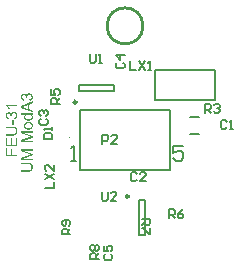
<source format=gto>
G04 Layer_Color=65535*
%FSLAX25Y25*%
%MOIN*%
G70*
G01*
G75*
%ADD28C,0.01000*%
%ADD29C,0.00984*%
%ADD30C,0.00394*%
%ADD31C,0.00787*%
%ADD32C,0.00591*%
%ADD33C,0.00800*%
G36*
X-36024Y11066D02*
X-39023D01*
X-39015Y11057D01*
X-38994Y11037D01*
X-38965Y10999D01*
X-38923Y10945D01*
X-38873Y10883D01*
X-38819Y10804D01*
X-38761Y10716D01*
X-38699Y10616D01*
Y10612D01*
X-38690Y10604D01*
X-38682Y10592D01*
X-38673Y10571D01*
X-38657Y10546D01*
X-38644Y10517D01*
X-38607Y10450D01*
X-38570Y10375D01*
X-38528Y10292D01*
X-38491Y10205D01*
X-38457Y10121D01*
X-38911D01*
X-38915Y10126D01*
X-38919Y10138D01*
X-38932Y10159D01*
X-38944Y10188D01*
X-38961Y10221D01*
X-38985Y10263D01*
X-39011Y10309D01*
X-39035Y10354D01*
X-39102Y10463D01*
X-39181Y10579D01*
X-39264Y10700D01*
X-39360Y10812D01*
X-39364Y10816D01*
X-39372Y10825D01*
X-39385Y10841D01*
X-39406Y10862D01*
X-39431Y10883D01*
X-39456Y10912D01*
X-39526Y10974D01*
X-39601Y11045D01*
X-39689Y11116D01*
X-39780Y11178D01*
X-39876Y11232D01*
Y11536D01*
X-36024D01*
Y11066D01*
D02*
G37*
G36*
X-37105Y9290D02*
X-37072D01*
X-37026Y9281D01*
X-36976Y9273D01*
X-36922Y9264D01*
X-36860Y9248D01*
X-36793Y9227D01*
X-36727Y9202D01*
X-36656Y9173D01*
X-36585Y9136D01*
X-36510Y9094D01*
X-36440Y9044D01*
X-36369Y8990D01*
X-36302Y8923D01*
X-36298Y8919D01*
X-36286Y8907D01*
X-36269Y8886D01*
X-36248Y8857D01*
X-36223Y8824D01*
X-36194Y8778D01*
X-36161Y8728D01*
X-36132Y8670D01*
X-36099Y8607D01*
X-36065Y8536D01*
X-36036Y8462D01*
X-36011Y8378D01*
X-35990Y8291D01*
X-35974Y8200D01*
X-35961Y8104D01*
X-35957Y8000D01*
Y7996D01*
Y7979D01*
X-35961Y7950D01*
Y7917D01*
X-35965Y7871D01*
X-35974Y7821D01*
X-35982Y7767D01*
X-35994Y7705D01*
X-36011Y7638D01*
X-36032Y7571D01*
X-36053Y7501D01*
X-36082Y7430D01*
X-36119Y7359D01*
X-36157Y7293D01*
X-36202Y7222D01*
X-36257Y7160D01*
X-36261Y7155D01*
X-36269Y7147D01*
X-36286Y7130D01*
X-36311Y7106D01*
X-36340Y7080D01*
X-36377Y7051D01*
X-36419Y7022D01*
X-36469Y6989D01*
X-36519Y6956D01*
X-36581Y6922D01*
X-36643Y6889D01*
X-36714Y6860D01*
X-36789Y6835D01*
X-36868Y6810D01*
X-36951Y6793D01*
X-37039Y6781D01*
X-37101Y7251D01*
X-37097D01*
X-37084Y7255D01*
X-37064Y7259D01*
X-37034Y7268D01*
X-37001Y7276D01*
X-36964Y7284D01*
X-36876Y7314D01*
X-36781Y7351D01*
X-36685Y7397D01*
X-36598Y7455D01*
X-36560Y7488D01*
X-36523Y7521D01*
Y7526D01*
X-36514Y7530D01*
X-36506Y7542D01*
X-36494Y7555D01*
X-36469Y7596D01*
X-36435Y7655D01*
X-36402Y7725D01*
X-36377Y7804D01*
X-36356Y7900D01*
X-36348Y8000D01*
Y8004D01*
Y8016D01*
Y8033D01*
X-36352Y8058D01*
X-36356Y8083D01*
X-36361Y8121D01*
X-36377Y8195D01*
X-36402Y8287D01*
X-36444Y8383D01*
X-36473Y8428D01*
X-36502Y8474D01*
X-36535Y8520D01*
X-36577Y8566D01*
X-36581Y8570D01*
X-36589Y8574D01*
X-36602Y8586D01*
X-36619Y8603D01*
X-36639Y8620D01*
X-36668Y8636D01*
X-36698Y8657D01*
X-36735Y8682D01*
X-36818Y8724D01*
X-36914Y8757D01*
X-37026Y8786D01*
X-37084Y8790D01*
X-37147Y8794D01*
X-37180D01*
X-37201Y8790D01*
X-37230Y8786D01*
X-37259Y8782D01*
X-37334Y8770D01*
X-37421Y8740D01*
X-37509Y8703D01*
X-37554Y8678D01*
X-37596Y8649D01*
X-37638Y8616D01*
X-37679Y8578D01*
X-37683Y8574D01*
X-37688Y8570D01*
X-37700Y8557D01*
X-37713Y8541D01*
X-37729Y8520D01*
X-37746Y8495D01*
X-37788Y8433D01*
X-37825Y8354D01*
X-37858Y8262D01*
X-37883Y8158D01*
X-37887Y8100D01*
X-37892Y8042D01*
Y8037D01*
Y8016D01*
X-37887Y7987D01*
Y7950D01*
X-37879Y7900D01*
X-37871Y7846D01*
X-37858Y7779D01*
X-37841Y7709D01*
X-38253Y7759D01*
Y7763D01*
Y7767D01*
X-38249Y7788D01*
X-38245Y7813D01*
Y7838D01*
Y7842D01*
Y7850D01*
Y7867D01*
X-38249Y7888D01*
Y7917D01*
X-38253Y7946D01*
X-38266Y8016D01*
X-38282Y8100D01*
X-38312Y8191D01*
X-38349Y8287D01*
X-38403Y8378D01*
Y8383D01*
X-38412Y8391D01*
X-38420Y8399D01*
X-38432Y8416D01*
X-38470Y8457D01*
X-38524Y8503D01*
X-38590Y8545D01*
X-38673Y8586D01*
X-38719Y8603D01*
X-38773Y8611D01*
X-38827Y8620D01*
X-38886Y8624D01*
X-38911D01*
X-38932Y8620D01*
X-38977Y8616D01*
X-39040Y8603D01*
X-39106Y8582D01*
X-39177Y8549D01*
X-39252Y8503D01*
X-39285Y8478D01*
X-39318Y8445D01*
X-39327Y8437D01*
X-39343Y8412D01*
X-39372Y8374D01*
X-39406Y8324D01*
X-39435Y8258D01*
X-39464Y8179D01*
X-39481Y8091D01*
X-39489Y7992D01*
Y7987D01*
Y7979D01*
Y7967D01*
X-39485Y7946D01*
Y7921D01*
X-39481Y7896D01*
X-39468Y7829D01*
X-39447Y7759D01*
X-39414Y7680D01*
X-39372Y7605D01*
X-39314Y7530D01*
X-39306Y7521D01*
X-39281Y7501D01*
X-39244Y7467D01*
X-39185Y7434D01*
X-39114Y7393D01*
X-39023Y7355D01*
X-38919Y7322D01*
X-38798Y7297D01*
X-38881Y6827D01*
X-38886D01*
X-38902Y6831D01*
X-38927Y6835D01*
X-38961Y6843D01*
X-38998Y6856D01*
X-39044Y6868D01*
X-39094Y6885D01*
X-39148Y6906D01*
X-39268Y6960D01*
X-39327Y6989D01*
X-39389Y7026D01*
X-39447Y7068D01*
X-39505Y7114D01*
X-39564Y7164D01*
X-39614Y7218D01*
X-39618Y7222D01*
X-39626Y7230D01*
X-39639Y7251D01*
X-39655Y7272D01*
X-39676Y7305D01*
X-39697Y7338D01*
X-39722Y7380D01*
X-39747Y7430D01*
X-39768Y7480D01*
X-39793Y7538D01*
X-39813Y7600D01*
X-39834Y7667D01*
X-39851Y7742D01*
X-39863Y7817D01*
X-39872Y7896D01*
X-39876Y7979D01*
Y7983D01*
Y7992D01*
Y8008D01*
Y8033D01*
X-39872Y8062D01*
X-39867Y8091D01*
X-39859Y8170D01*
X-39843Y8258D01*
X-39818Y8358D01*
X-39784Y8457D01*
X-39739Y8557D01*
Y8562D01*
X-39734Y8570D01*
X-39726Y8582D01*
X-39713Y8603D01*
X-39684Y8649D01*
X-39643Y8707D01*
X-39589Y8774D01*
X-39526Y8840D01*
X-39456Y8907D01*
X-39372Y8965D01*
X-39368D01*
X-39364Y8969D01*
X-39347Y8978D01*
X-39331Y8986D01*
X-39310Y8998D01*
X-39285Y9011D01*
X-39223Y9036D01*
X-39148Y9061D01*
X-39065Y9086D01*
X-38973Y9102D01*
X-38877Y9106D01*
X-38836D01*
X-38786Y9098D01*
X-38728Y9090D01*
X-38657Y9073D01*
X-38582Y9048D01*
X-38503Y9015D01*
X-38424Y8969D01*
X-38420D01*
X-38416Y8965D01*
X-38391Y8944D01*
X-38353Y8915D01*
X-38307Y8869D01*
X-38253Y8815D01*
X-38199Y8744D01*
X-38149Y8665D01*
X-38100Y8574D01*
Y8578D01*
X-38095Y8591D01*
X-38091Y8607D01*
X-38083Y8632D01*
X-38074Y8657D01*
X-38062Y8690D01*
X-38029Y8770D01*
X-37983Y8853D01*
X-37929Y8940D01*
X-37858Y9027D01*
X-37771Y9102D01*
X-37767Y9106D01*
X-37758Y9111D01*
X-37746Y9119D01*
X-37725Y9131D01*
X-37704Y9148D01*
X-37675Y9165D01*
X-37642Y9181D01*
X-37600Y9198D01*
X-37559Y9215D01*
X-37513Y9231D01*
X-37409Y9264D01*
X-37288Y9285D01*
X-37222Y9294D01*
X-37134D01*
X-37105Y9290D01*
D02*
G37*
G36*
X-30906Y-3702D02*
X-34121D01*
X-30906Y-4825D01*
Y-5283D01*
X-34175Y-6390D01*
X-30906D01*
Y-6880D01*
X-34745D01*
Y-6119D01*
X-32024Y-5208D01*
X-32020D01*
X-32008Y-5204D01*
X-31987Y-5196D01*
X-31962Y-5187D01*
X-31933Y-5179D01*
X-31896Y-5166D01*
X-31812Y-5137D01*
X-31721Y-5108D01*
X-31625Y-5079D01*
X-31538Y-5050D01*
X-31496Y-5037D01*
X-31459Y-5025D01*
X-31463D01*
X-31467Y-5021D01*
X-31480Y-5017D01*
X-31496Y-5012D01*
X-31521Y-5004D01*
X-31546Y-4996D01*
X-31579Y-4988D01*
X-31613Y-4975D01*
X-31654Y-4963D01*
X-31700Y-4946D01*
X-31750Y-4929D01*
X-31808Y-4913D01*
X-31866Y-4892D01*
X-31933Y-4871D01*
X-32000Y-4846D01*
X-32074Y-4821D01*
X-34745Y-3898D01*
Y-3211D01*
X-30906D01*
Y-3702D01*
D02*
G37*
G36*
X-32382Y-7712D02*
X-32328Y-7717D01*
X-32266Y-7721D01*
X-32195Y-7725D01*
X-32050Y-7741D01*
X-31896Y-7762D01*
X-31746Y-7796D01*
X-31675Y-7816D01*
X-31609Y-7841D01*
X-31604D01*
X-31592Y-7846D01*
X-31575Y-7854D01*
X-31550Y-7866D01*
X-31521Y-7883D01*
X-31488Y-7900D01*
X-31413Y-7949D01*
X-31367Y-7979D01*
X-31326Y-8012D01*
X-31276Y-8054D01*
X-31230Y-8095D01*
X-31184Y-8145D01*
X-31139Y-8195D01*
X-31097Y-8253D01*
X-31055Y-8316D01*
X-31051Y-8320D01*
X-31047Y-8332D01*
X-31034Y-8349D01*
X-31022Y-8378D01*
X-31005Y-8411D01*
X-30989Y-8453D01*
X-30968Y-8499D01*
X-30951Y-8557D01*
X-30931Y-8615D01*
X-30910Y-8682D01*
X-30893Y-8756D01*
X-30876Y-8836D01*
X-30864Y-8923D01*
X-30851Y-9014D01*
X-30847Y-9110D01*
X-30843Y-9210D01*
Y-9214D01*
Y-9235D01*
Y-9264D01*
X-30847Y-9302D01*
Y-9347D01*
X-30851Y-9397D01*
X-30860Y-9460D01*
X-30868Y-9522D01*
X-30889Y-9663D01*
X-30922Y-9813D01*
X-30968Y-9959D01*
X-30993Y-10029D01*
X-31026Y-10096D01*
X-31030Y-10100D01*
X-31034Y-10113D01*
X-31047Y-10129D01*
X-31059Y-10150D01*
X-31080Y-10179D01*
X-31105Y-10212D01*
X-31130Y-10246D01*
X-31163Y-10283D01*
X-31238Y-10366D01*
X-31330Y-10446D01*
X-31438Y-10520D01*
X-31500Y-10554D01*
X-31563Y-10583D01*
X-31567D01*
X-31579Y-10587D01*
X-31600Y-10595D01*
X-31629Y-10604D01*
X-31663Y-10616D01*
X-31708Y-10628D01*
X-31758Y-10641D01*
X-31817Y-10654D01*
X-31883Y-10670D01*
X-31954Y-10683D01*
X-32033Y-10695D01*
X-32120Y-10703D01*
X-32212Y-10716D01*
X-32312Y-10720D01*
X-32416Y-10728D01*
X-34745D01*
Y-10221D01*
X-32445D01*
X-32403Y-10217D01*
X-32357D01*
X-32303Y-10212D01*
X-32249Y-10208D01*
X-32129Y-10200D01*
X-32008Y-10183D01*
X-31891Y-10158D01*
X-31837Y-10146D01*
X-31792Y-10129D01*
X-31787D01*
X-31783Y-10125D01*
X-31771Y-10121D01*
X-31754Y-10113D01*
X-31708Y-10088D01*
X-31659Y-10054D01*
X-31596Y-10013D01*
X-31538Y-9959D01*
X-31480Y-9892D01*
X-31425Y-9813D01*
Y-9809D01*
X-31421Y-9801D01*
X-31413Y-9788D01*
X-31405Y-9772D01*
X-31396Y-9751D01*
X-31388Y-9722D01*
X-31376Y-9692D01*
X-31363Y-9659D01*
X-31342Y-9576D01*
X-31321Y-9480D01*
X-31305Y-9372D01*
X-31301Y-9256D01*
Y-9247D01*
Y-9231D01*
Y-9202D01*
X-31305Y-9164D01*
X-31309Y-9118D01*
X-31313Y-9064D01*
X-31321Y-9006D01*
X-31334Y-8944D01*
X-31363Y-8815D01*
X-31384Y-8748D01*
X-31409Y-8682D01*
X-31438Y-8619D01*
X-31471Y-8561D01*
X-31509Y-8507D01*
X-31554Y-8457D01*
X-31559Y-8453D01*
X-31567Y-8444D01*
X-31584Y-8436D01*
X-31604Y-8420D01*
X-31633Y-8403D01*
X-31671Y-8382D01*
X-31717Y-8357D01*
X-31771Y-8336D01*
X-31833Y-8316D01*
X-31904Y-8291D01*
X-31983Y-8270D01*
X-32070Y-8253D01*
X-32170Y-8236D01*
X-32278Y-8224D01*
X-32399Y-8220D01*
X-32528Y-8216D01*
X-34745D01*
Y-7708D01*
X-32432D01*
X-32382Y-7712D01*
D02*
G37*
G36*
X-36024Y-2255D02*
X-39863D01*
Y524D01*
X-39410D01*
Y-1747D01*
X-38237D01*
Y379D01*
X-37783D01*
Y-1747D01*
X-36477D01*
Y612D01*
X-36024D01*
Y-2255D01*
D02*
G37*
G36*
X-39410Y-5004D02*
X-38220D01*
Y-3203D01*
X-37767D01*
Y-5004D01*
X-36024D01*
Y-5512D01*
X-39863D01*
Y-2924D01*
X-39410D01*
Y-5004D01*
D02*
G37*
G36*
X-37176Y4938D02*
X-37650D01*
Y6390D01*
X-37176D01*
Y4938D01*
D02*
G37*
G36*
X-37500Y4335D02*
X-37446Y4331D01*
X-37384Y4327D01*
X-37313Y4322D01*
X-37168Y4306D01*
X-37014Y4285D01*
X-36864Y4252D01*
X-36793Y4231D01*
X-36727Y4206D01*
X-36722D01*
X-36710Y4202D01*
X-36693Y4194D01*
X-36668Y4181D01*
X-36639Y4164D01*
X-36606Y4148D01*
X-36531Y4098D01*
X-36485Y4069D01*
X-36444Y4035D01*
X-36394Y3994D01*
X-36348Y3952D01*
X-36302Y3902D01*
X-36257Y3852D01*
X-36215Y3794D01*
X-36173Y3732D01*
X-36169Y3728D01*
X-36165Y3715D01*
X-36153Y3698D01*
X-36140Y3669D01*
X-36123Y3636D01*
X-36107Y3594D01*
X-36086Y3549D01*
X-36069Y3490D01*
X-36049Y3432D01*
X-36028Y3366D01*
X-36011Y3291D01*
X-35994Y3212D01*
X-35982Y3124D01*
X-35969Y3033D01*
X-35965Y2937D01*
X-35961Y2837D01*
Y2833D01*
Y2812D01*
Y2783D01*
X-35965Y2746D01*
Y2700D01*
X-35969Y2650D01*
X-35978Y2588D01*
X-35986Y2525D01*
X-36007Y2384D01*
X-36040Y2234D01*
X-36086Y2089D01*
X-36111Y2018D01*
X-36144Y1951D01*
X-36148Y1947D01*
X-36153Y1935D01*
X-36165Y1918D01*
X-36178Y1897D01*
X-36198Y1868D01*
X-36223Y1835D01*
X-36248Y1801D01*
X-36281Y1764D01*
X-36356Y1681D01*
X-36448Y1602D01*
X-36556Y1527D01*
X-36619Y1494D01*
X-36681Y1464D01*
X-36685D01*
X-36698Y1460D01*
X-36718Y1452D01*
X-36748Y1444D01*
X-36781Y1431D01*
X-36827Y1419D01*
X-36876Y1406D01*
X-36935Y1394D01*
X-37001Y1377D01*
X-37072Y1365D01*
X-37151Y1352D01*
X-37238Y1344D01*
X-37330Y1331D01*
X-37430Y1327D01*
X-37534Y1319D01*
X-39863D01*
Y1826D01*
X-37563D01*
X-37521Y1831D01*
X-37475D01*
X-37421Y1835D01*
X-37367Y1839D01*
X-37247Y1847D01*
X-37126Y1864D01*
X-37010Y1889D01*
X-36955Y1901D01*
X-36910Y1918D01*
X-36906D01*
X-36901Y1922D01*
X-36889Y1926D01*
X-36872Y1935D01*
X-36827Y1960D01*
X-36777Y1993D01*
X-36714Y2034D01*
X-36656Y2089D01*
X-36598Y2155D01*
X-36544Y2234D01*
Y2238D01*
X-36540Y2247D01*
X-36531Y2259D01*
X-36523Y2276D01*
X-36514Y2296D01*
X-36506Y2326D01*
X-36494Y2355D01*
X-36481Y2388D01*
X-36460Y2471D01*
X-36440Y2567D01*
X-36423Y2675D01*
X-36419Y2792D01*
Y2800D01*
Y2816D01*
Y2846D01*
X-36423Y2883D01*
X-36427Y2929D01*
X-36431Y2983D01*
X-36440Y3041D01*
X-36452Y3104D01*
X-36481Y3232D01*
X-36502Y3299D01*
X-36527Y3366D01*
X-36556Y3428D01*
X-36589Y3486D01*
X-36627Y3540D01*
X-36673Y3590D01*
X-36677Y3594D01*
X-36685Y3603D01*
X-36702Y3611D01*
X-36722Y3628D01*
X-36752Y3644D01*
X-36789Y3665D01*
X-36835Y3690D01*
X-36889Y3711D01*
X-36951Y3732D01*
X-37022Y3757D01*
X-37101Y3777D01*
X-37188Y3794D01*
X-37288Y3811D01*
X-37396Y3823D01*
X-37517Y3827D01*
X-37646Y3832D01*
X-39863D01*
Y4339D01*
X-37550D01*
X-37500Y4335D01*
D02*
G37*
G36*
X-30906Y8287D02*
X-31255D01*
X-31251Y8283D01*
X-31238Y8275D01*
X-31218Y8258D01*
X-31192Y8237D01*
X-31159Y8208D01*
X-31126Y8175D01*
X-31089Y8137D01*
X-31051Y8091D01*
X-31010Y8037D01*
X-30972Y7979D01*
X-30939Y7917D01*
X-30910Y7846D01*
X-30880Y7767D01*
X-30860Y7688D01*
X-30847Y7601D01*
X-30843Y7505D01*
Y7501D01*
Y7488D01*
Y7472D01*
X-30847Y7447D01*
Y7418D01*
X-30851Y7384D01*
X-30860Y7347D01*
X-30868Y7305D01*
X-30889Y7210D01*
X-30922Y7106D01*
X-30968Y7002D01*
X-30993Y6948D01*
X-31026Y6893D01*
X-31030Y6889D01*
X-31034Y6881D01*
X-31047Y6868D01*
X-31059Y6848D01*
X-31080Y6823D01*
X-31101Y6798D01*
X-31159Y6735D01*
X-31230Y6665D01*
X-31317Y6594D01*
X-31421Y6523D01*
X-31538Y6461D01*
X-31542D01*
X-31554Y6453D01*
X-31571Y6448D01*
X-31596Y6436D01*
X-31625Y6427D01*
X-31663Y6415D01*
X-31708Y6398D01*
X-31754Y6386D01*
X-31808Y6373D01*
X-31866Y6357D01*
X-31929Y6344D01*
X-31995Y6336D01*
X-32137Y6319D01*
X-32291Y6311D01*
X-32332D01*
X-32362Y6315D01*
X-32399D01*
X-32441Y6319D01*
X-32491Y6323D01*
X-32544Y6328D01*
X-32661Y6344D01*
X-32786Y6369D01*
X-32919Y6402D01*
X-33048Y6448D01*
X-33052D01*
X-33065Y6457D01*
X-33081Y6465D01*
X-33106Y6473D01*
X-33131Y6490D01*
X-33164Y6506D01*
X-33239Y6552D01*
X-33327Y6611D01*
X-33410Y6681D01*
X-33493Y6764D01*
X-33568Y6864D01*
X-33572Y6868D01*
X-33576Y6877D01*
X-33585Y6893D01*
X-33597Y6914D01*
X-33610Y6939D01*
X-33626Y6972D01*
X-33643Y7006D01*
X-33659Y7047D01*
X-33693Y7139D01*
X-33722Y7243D01*
X-33743Y7359D01*
X-33751Y7422D01*
Y7484D01*
Y7488D01*
Y7497D01*
Y7509D01*
Y7526D01*
X-33747Y7576D01*
X-33738Y7634D01*
X-33726Y7705D01*
X-33705Y7779D01*
X-33680Y7858D01*
X-33643Y7933D01*
Y7938D01*
X-33639Y7942D01*
X-33622Y7967D01*
X-33601Y8000D01*
X-33568Y8046D01*
X-33526Y8096D01*
X-33481Y8150D01*
X-33426Y8204D01*
X-33364Y8254D01*
X-34745D01*
Y8724D01*
X-30906D01*
Y8287D01*
D02*
G37*
G36*
Y12122D02*
X-32066Y11677D01*
Y10063D01*
X-30906Y9647D01*
Y9111D01*
X-34745Y10579D01*
Y11128D01*
X-30906Y12701D01*
Y12122D01*
D02*
G37*
G36*
X-31987Y15426D02*
X-31954D01*
X-31908Y15417D01*
X-31858Y15409D01*
X-31804Y15401D01*
X-31742Y15384D01*
X-31675Y15363D01*
X-31609Y15338D01*
X-31538Y15309D01*
X-31467Y15272D01*
X-31392Y15230D01*
X-31321Y15180D01*
X-31251Y15126D01*
X-31184Y15059D01*
X-31180Y15055D01*
X-31168Y15043D01*
X-31151Y15022D01*
X-31130Y14993D01*
X-31105Y14960D01*
X-31076Y14914D01*
X-31043Y14864D01*
X-31014Y14806D01*
X-30980Y14743D01*
X-30947Y14673D01*
X-30918Y14598D01*
X-30893Y14514D01*
X-30872Y14427D01*
X-30856Y14336D01*
X-30843Y14240D01*
X-30839Y14136D01*
Y14132D01*
Y14115D01*
X-30843Y14086D01*
Y14053D01*
X-30847Y14007D01*
X-30856Y13957D01*
X-30864Y13903D01*
X-30876Y13841D01*
X-30893Y13774D01*
X-30914Y13708D01*
X-30935Y13637D01*
X-30964Y13566D01*
X-31001Y13495D01*
X-31039Y13429D01*
X-31084Y13358D01*
X-31139Y13296D01*
X-31143Y13292D01*
X-31151Y13283D01*
X-31168Y13266D01*
X-31192Y13242D01*
X-31222Y13217D01*
X-31259Y13187D01*
X-31301Y13158D01*
X-31351Y13125D01*
X-31400Y13092D01*
X-31463Y13058D01*
X-31525Y13025D01*
X-31596Y12996D01*
X-31671Y12971D01*
X-31750Y12946D01*
X-31833Y12930D01*
X-31920Y12917D01*
X-31983Y13387D01*
X-31979D01*
X-31966Y13391D01*
X-31945Y13396D01*
X-31916Y13404D01*
X-31883Y13412D01*
X-31846Y13420D01*
X-31758Y13450D01*
X-31663Y13487D01*
X-31567Y13533D01*
X-31480Y13591D01*
X-31442Y13624D01*
X-31405Y13658D01*
Y13662D01*
X-31396Y13666D01*
X-31388Y13678D01*
X-31376Y13691D01*
X-31351Y13733D01*
X-31317Y13791D01*
X-31284Y13861D01*
X-31259Y13940D01*
X-31238Y14036D01*
X-31230Y14136D01*
Y14140D01*
Y14153D01*
Y14169D01*
X-31234Y14194D01*
X-31238Y14219D01*
X-31242Y14257D01*
X-31259Y14332D01*
X-31284Y14423D01*
X-31326Y14519D01*
X-31355Y14564D01*
X-31384Y14610D01*
X-31417Y14656D01*
X-31459Y14702D01*
X-31463Y14706D01*
X-31471Y14710D01*
X-31484Y14723D01*
X-31500Y14739D01*
X-31521Y14756D01*
X-31550Y14773D01*
X-31579Y14793D01*
X-31617Y14818D01*
X-31700Y14860D01*
X-31796Y14893D01*
X-31908Y14922D01*
X-31966Y14926D01*
X-32029Y14931D01*
X-32062D01*
X-32083Y14926D01*
X-32112Y14922D01*
X-32141Y14918D01*
X-32216Y14906D01*
X-32303Y14876D01*
X-32391Y14839D01*
X-32436Y14814D01*
X-32478Y14785D01*
X-32520Y14752D01*
X-32561Y14714D01*
X-32565Y14710D01*
X-32570Y14706D01*
X-32582Y14693D01*
X-32594Y14677D01*
X-32611Y14656D01*
X-32628Y14631D01*
X-32669Y14569D01*
X-32707Y14490D01*
X-32740Y14398D01*
X-32765Y14294D01*
X-32769Y14236D01*
X-32773Y14178D01*
Y14173D01*
Y14153D01*
X-32769Y14123D01*
Y14086D01*
X-32761Y14036D01*
X-32753Y13982D01*
X-32740Y13916D01*
X-32723Y13845D01*
X-33135Y13895D01*
Y13899D01*
Y13903D01*
X-33131Y13924D01*
X-33127Y13949D01*
Y13974D01*
Y13978D01*
Y13986D01*
Y14003D01*
X-33131Y14024D01*
Y14053D01*
X-33135Y14082D01*
X-33148Y14153D01*
X-33164Y14236D01*
X-33193Y14327D01*
X-33231Y14423D01*
X-33285Y14514D01*
Y14519D01*
X-33293Y14527D01*
X-33302Y14535D01*
X-33314Y14552D01*
X-33352Y14594D01*
X-33406Y14639D01*
X-33472Y14681D01*
X-33555Y14723D01*
X-33601Y14739D01*
X-33655Y14748D01*
X-33709Y14756D01*
X-33768Y14760D01*
X-33792D01*
X-33813Y14756D01*
X-33859Y14752D01*
X-33922Y14739D01*
X-33988Y14718D01*
X-34059Y14685D01*
X-34134Y14639D01*
X-34167Y14614D01*
X-34200Y14581D01*
X-34209Y14573D01*
X-34225Y14548D01*
X-34254Y14510D01*
X-34288Y14460D01*
X-34317Y14394D01*
X-34346Y14315D01*
X-34363Y14228D01*
X-34371Y14128D01*
Y14123D01*
Y14115D01*
Y14103D01*
X-34367Y14082D01*
Y14057D01*
X-34363Y14032D01*
X-34350Y13965D01*
X-34329Y13895D01*
X-34296Y13816D01*
X-34254Y13741D01*
X-34196Y13666D01*
X-34188Y13658D01*
X-34163Y13637D01*
X-34125Y13603D01*
X-34067Y13570D01*
X-33996Y13529D01*
X-33905Y13491D01*
X-33801Y13458D01*
X-33680Y13433D01*
X-33763Y12963D01*
X-33768D01*
X-33784Y12967D01*
X-33809Y12971D01*
X-33843Y12979D01*
X-33880Y12992D01*
X-33926Y13004D01*
X-33976Y13021D01*
X-34030Y13042D01*
X-34150Y13096D01*
X-34209Y13125D01*
X-34271Y13162D01*
X-34329Y13204D01*
X-34387Y13250D01*
X-34446Y13300D01*
X-34496Y13354D01*
X-34500Y13358D01*
X-34508Y13366D01*
X-34521Y13387D01*
X-34537Y13408D01*
X-34558Y13441D01*
X-34579Y13475D01*
X-34604Y13516D01*
X-34629Y13566D01*
X-34650Y13616D01*
X-34675Y13674D01*
X-34695Y13737D01*
X-34716Y13803D01*
X-34733Y13878D01*
X-34745Y13953D01*
X-34754Y14032D01*
X-34758Y14115D01*
Y14119D01*
Y14128D01*
Y14144D01*
Y14169D01*
X-34754Y14198D01*
X-34749Y14228D01*
X-34741Y14307D01*
X-34724Y14394D01*
X-34699Y14494D01*
X-34666Y14594D01*
X-34620Y14693D01*
Y14698D01*
X-34616Y14706D01*
X-34608Y14718D01*
X-34595Y14739D01*
X-34566Y14785D01*
X-34525Y14843D01*
X-34471Y14910D01*
X-34408Y14976D01*
X-34337Y15043D01*
X-34254Y15101D01*
X-34250D01*
X-34246Y15105D01*
X-34229Y15114D01*
X-34213Y15122D01*
X-34192Y15134D01*
X-34167Y15147D01*
X-34105Y15172D01*
X-34030Y15197D01*
X-33946Y15222D01*
X-33855Y15238D01*
X-33759Y15243D01*
X-33718D01*
X-33668Y15234D01*
X-33610Y15226D01*
X-33539Y15209D01*
X-33464Y15184D01*
X-33385Y15151D01*
X-33306Y15105D01*
X-33302D01*
X-33298Y15101D01*
X-33273Y15080D01*
X-33235Y15051D01*
X-33189Y15005D01*
X-33135Y14951D01*
X-33081Y14881D01*
X-33031Y14802D01*
X-32981Y14710D01*
Y14714D01*
X-32977Y14727D01*
X-32973Y14743D01*
X-32965Y14768D01*
X-32956Y14793D01*
X-32944Y14827D01*
X-32911Y14906D01*
X-32865Y14989D01*
X-32811Y15076D01*
X-32740Y15164D01*
X-32653Y15238D01*
X-32649Y15243D01*
X-32640Y15247D01*
X-32628Y15255D01*
X-32607Y15268D01*
X-32586Y15284D01*
X-32557Y15301D01*
X-32524Y15317D01*
X-32482Y15334D01*
X-32441Y15351D01*
X-32395Y15367D01*
X-32291Y15401D01*
X-32170Y15421D01*
X-32104Y15430D01*
X-32016D01*
X-31987Y15426D01*
D02*
G37*
G36*
X-32245Y5928D02*
X-32199D01*
X-32145Y5924D01*
X-32087Y5920D01*
X-32024Y5912D01*
X-31891Y5895D01*
X-31750Y5866D01*
X-31613Y5824D01*
X-31550Y5799D01*
X-31488Y5770D01*
X-31484D01*
X-31475Y5762D01*
X-31459Y5754D01*
X-31438Y5741D01*
X-31413Y5725D01*
X-31380Y5704D01*
X-31313Y5650D01*
X-31234Y5583D01*
X-31155Y5504D01*
X-31080Y5408D01*
X-31010Y5300D01*
Y5296D01*
X-31001Y5288D01*
X-30993Y5271D01*
X-30985Y5246D01*
X-30972Y5217D01*
X-30955Y5184D01*
X-30943Y5146D01*
X-30926Y5100D01*
X-30910Y5055D01*
X-30897Y5001D01*
X-30868Y4888D01*
X-30851Y4764D01*
X-30843Y4630D01*
Y4622D01*
Y4605D01*
X-30847Y4576D01*
Y4535D01*
X-30856Y4485D01*
X-30864Y4426D01*
X-30876Y4364D01*
X-30889Y4293D01*
X-30910Y4219D01*
X-30935Y4144D01*
X-30964Y4065D01*
X-31001Y3986D01*
X-31043Y3906D01*
X-31093Y3832D01*
X-31151Y3757D01*
X-31218Y3686D01*
X-31222Y3682D01*
X-31234Y3669D01*
X-31255Y3653D01*
X-31288Y3632D01*
X-31326Y3603D01*
X-31371Y3574D01*
X-31430Y3540D01*
X-31492Y3507D01*
X-31567Y3474D01*
X-31646Y3441D01*
X-31733Y3412D01*
X-31829Y3382D01*
X-31933Y3362D01*
X-32045Y3345D01*
X-32166Y3333D01*
X-32295Y3328D01*
X-32328D01*
X-32370Y3333D01*
X-32420Y3337D01*
X-32486Y3341D01*
X-32561Y3349D01*
X-32640Y3366D01*
X-32728Y3382D01*
X-32819Y3403D01*
X-32915Y3432D01*
X-33011Y3470D01*
X-33106Y3507D01*
X-33198Y3557D01*
X-33285Y3615D01*
X-33364Y3682D01*
X-33439Y3757D01*
X-33443Y3761D01*
X-33451Y3773D01*
X-33468Y3794D01*
X-33489Y3819D01*
X-33510Y3857D01*
X-33539Y3898D01*
X-33568Y3944D01*
X-33597Y4002D01*
X-33626Y4061D01*
X-33651Y4127D01*
X-33680Y4198D01*
X-33701Y4277D01*
X-33722Y4360D01*
X-33738Y4443D01*
X-33747Y4535D01*
X-33751Y4630D01*
Y4639D01*
Y4655D01*
X-33747Y4684D01*
Y4726D01*
X-33738Y4776D01*
X-33730Y4830D01*
X-33718Y4893D01*
X-33705Y4963D01*
X-33684Y5034D01*
X-33659Y5113D01*
X-33626Y5188D01*
X-33593Y5267D01*
X-33547Y5346D01*
X-33497Y5421D01*
X-33439Y5496D01*
X-33372Y5566D01*
X-33368Y5570D01*
X-33356Y5583D01*
X-33335Y5600D01*
X-33302Y5625D01*
X-33264Y5650D01*
X-33219Y5683D01*
X-33164Y5716D01*
X-33102Y5749D01*
X-33031Y5783D01*
X-32952Y5816D01*
X-32869Y5849D01*
X-32778Y5874D01*
X-32678Y5899D01*
X-32570Y5916D01*
X-32453Y5928D01*
X-32332Y5932D01*
X-32283D01*
X-32245Y5928D01*
D02*
G37*
G36*
X-30906Y2255D02*
X-34121D01*
X-30906Y1132D01*
Y674D01*
X-34175Y-432D01*
X-30906D01*
Y-923D01*
X-34745D01*
Y-162D01*
X-32024Y749D01*
X-32020D01*
X-32008Y753D01*
X-31987Y762D01*
X-31962Y770D01*
X-31933Y778D01*
X-31896Y791D01*
X-31812Y820D01*
X-31721Y849D01*
X-31625Y878D01*
X-31538Y907D01*
X-31496Y920D01*
X-31459Y932D01*
X-31463D01*
X-31467Y936D01*
X-31480Y941D01*
X-31496Y945D01*
X-31521Y953D01*
X-31546Y961D01*
X-31579Y970D01*
X-31613Y982D01*
X-31654Y994D01*
X-31700Y1011D01*
X-31750Y1028D01*
X-31808Y1044D01*
X-31866Y1065D01*
X-31933Y1086D01*
X-32000Y1111D01*
X-32074Y1136D01*
X-34745Y2059D01*
Y2746D01*
X-30906D01*
Y2255D01*
D02*
G37*
%LPC*%
G36*
X-32253Y8299D02*
X-32307D01*
X-32345Y8295D01*
X-32395Y8291D01*
X-32449Y8287D01*
X-32507Y8283D01*
X-32574Y8270D01*
X-32707Y8245D01*
X-32848Y8204D01*
X-32915Y8179D01*
X-32977Y8150D01*
X-33035Y8117D01*
X-33090Y8075D01*
X-33094Y8071D01*
X-33102Y8066D01*
X-33114Y8054D01*
X-33131Y8037D01*
X-33152Y8012D01*
X-33177Y7987D01*
X-33227Y7925D01*
X-33273Y7846D01*
X-33318Y7750D01*
X-33335Y7700D01*
X-33347Y7646D01*
X-33356Y7588D01*
X-33360Y7530D01*
Y7526D01*
Y7517D01*
Y7501D01*
X-33356Y7476D01*
X-33352Y7451D01*
X-33347Y7418D01*
X-33327Y7347D01*
X-33298Y7264D01*
X-33277Y7218D01*
X-33252Y7172D01*
X-33223Y7130D01*
X-33185Y7085D01*
X-33148Y7043D01*
X-33102Y7002D01*
X-33098Y6997D01*
X-33090Y6993D01*
X-33073Y6981D01*
X-33052Y6968D01*
X-33027Y6952D01*
X-32990Y6935D01*
X-32952Y6918D01*
X-32902Y6898D01*
X-32852Y6877D01*
X-32790Y6860D01*
X-32723Y6843D01*
X-32653Y6827D01*
X-32570Y6814D01*
X-32486Y6802D01*
X-32391Y6798D01*
X-32291Y6794D01*
X-32241D01*
X-32203Y6798D01*
X-32158Y6802D01*
X-32108Y6806D01*
X-32054Y6814D01*
X-31991Y6823D01*
X-31862Y6848D01*
X-31729Y6889D01*
X-31667Y6914D01*
X-31604Y6943D01*
X-31546Y6981D01*
X-31492Y7018D01*
X-31488Y7022D01*
X-31480Y7027D01*
X-31467Y7043D01*
X-31451Y7060D01*
X-31430Y7081D01*
X-31409Y7106D01*
X-31363Y7168D01*
X-31313Y7247D01*
X-31272Y7339D01*
X-31255Y7389D01*
X-31242Y7438D01*
X-31234Y7492D01*
X-31230Y7551D01*
Y7555D01*
Y7563D01*
Y7580D01*
X-31234Y7605D01*
X-31238Y7630D01*
X-31242Y7663D01*
X-31263Y7734D01*
X-31292Y7817D01*
X-31313Y7863D01*
X-31334Y7904D01*
X-31363Y7950D01*
X-31396Y7996D01*
X-31434Y8037D01*
X-31480Y8079D01*
X-31484Y8083D01*
X-31492Y8087D01*
X-31505Y8100D01*
X-31530Y8112D01*
X-31554Y8129D01*
X-31588Y8150D01*
X-31625Y8170D01*
X-31671Y8191D01*
X-31721Y8208D01*
X-31779Y8229D01*
X-31846Y8250D01*
X-31912Y8266D01*
X-31987Y8279D01*
X-32070Y8291D01*
X-32158Y8295D01*
X-32253Y8299D01*
D02*
G37*
G36*
X-32478Y11519D02*
X-33543Y11116D01*
X-33547D01*
X-33564Y11107D01*
X-33589Y11099D01*
X-33626Y11087D01*
X-33664Y11070D01*
X-33713Y11053D01*
X-33768Y11033D01*
X-33826Y11012D01*
X-33955Y10970D01*
X-34088Y10925D01*
X-34221Y10879D01*
X-34346Y10841D01*
X-34342D01*
X-34329Y10837D01*
X-34308Y10833D01*
X-34283Y10829D01*
X-34246Y10820D01*
X-34209Y10812D01*
X-34163Y10800D01*
X-34113Y10787D01*
X-34059Y10775D01*
X-34001Y10758D01*
X-33876Y10721D01*
X-33743Y10679D01*
X-33605Y10633D01*
X-32478Y10209D01*
Y11519D01*
D02*
G37*
G36*
X-32312Y5450D02*
X-32362D01*
X-32395Y5446D01*
X-32441Y5442D01*
X-32491Y5437D01*
X-32544Y5429D01*
X-32603Y5421D01*
X-32728Y5392D01*
X-32794Y5375D01*
X-32861Y5350D01*
X-32923Y5321D01*
X-32985Y5292D01*
X-33040Y5254D01*
X-33094Y5213D01*
X-33098Y5209D01*
X-33106Y5200D01*
X-33119Y5188D01*
X-33135Y5171D01*
X-33156Y5146D01*
X-33177Y5121D01*
X-33202Y5088D01*
X-33227Y5055D01*
X-33277Y4967D01*
X-33318Y4868D01*
X-33335Y4813D01*
X-33347Y4755D01*
X-33356Y4693D01*
X-33360Y4630D01*
Y4626D01*
Y4614D01*
Y4597D01*
X-33356Y4572D01*
X-33352Y4543D01*
X-33347Y4506D01*
X-33327Y4426D01*
X-33293Y4331D01*
X-33273Y4285D01*
X-33248Y4235D01*
X-33219Y4185D01*
X-33181Y4135D01*
X-33139Y4090D01*
X-33094Y4044D01*
X-33090Y4040D01*
X-33081Y4036D01*
X-33065Y4023D01*
X-33044Y4006D01*
X-33015Y3990D01*
X-32981Y3969D01*
X-32940Y3948D01*
X-32894Y3927D01*
X-32840Y3906D01*
X-32782Y3886D01*
X-32715Y3865D01*
X-32644Y3848D01*
X-32565Y3832D01*
X-32482Y3819D01*
X-32391Y3815D01*
X-32295Y3811D01*
X-32245D01*
X-32208Y3815D01*
X-32162Y3819D01*
X-32112Y3823D01*
X-32054Y3832D01*
X-31995Y3840D01*
X-31862Y3869D01*
X-31729Y3911D01*
X-31667Y3936D01*
X-31604Y3969D01*
X-31546Y4002D01*
X-31492Y4044D01*
X-31488Y4048D01*
X-31480Y4056D01*
X-31467Y4069D01*
X-31451Y4085D01*
X-31430Y4110D01*
X-31409Y4135D01*
X-31384Y4169D01*
X-31363Y4206D01*
X-31313Y4289D01*
X-31272Y4389D01*
X-31255Y4443D01*
X-31242Y4506D01*
X-31234Y4564D01*
X-31230Y4630D01*
Y4634D01*
Y4647D01*
Y4664D01*
X-31234Y4689D01*
X-31238Y4718D01*
X-31242Y4755D01*
X-31263Y4834D01*
X-31297Y4926D01*
X-31317Y4976D01*
X-31342Y5026D01*
X-31371Y5071D01*
X-31409Y5121D01*
X-31451Y5167D01*
X-31496Y5213D01*
X-31500Y5217D01*
X-31509Y5221D01*
X-31525Y5234D01*
X-31546Y5250D01*
X-31575Y5267D01*
X-31609Y5288D01*
X-31650Y5308D01*
X-31700Y5333D01*
X-31750Y5354D01*
X-31812Y5375D01*
X-31879Y5396D01*
X-31954Y5412D01*
X-32033Y5429D01*
X-32120Y5442D01*
X-32212Y5446D01*
X-32312Y5450D01*
D02*
G37*
%LPD*%
D28*
X5902Y37902D02*
G03*
X5902Y37902I-6000J0D01*
G01*
D29*
X-16240Y12500D02*
G03*
X-16240Y12500I-492J0D01*
G01*
X1181Y-18898D02*
G03*
X1181Y-18898I-492J0D01*
G01*
D30*
X-18622Y787D02*
G03*
X-18622Y787I-197J0D01*
G01*
D31*
X9902Y13209D02*
Y23209D01*
X29902D01*
Y13209D02*
Y23209D01*
X9902Y13209D02*
X29902D01*
X-4265Y-10079D02*
X14902D01*
X-15098D02*
X14902D01*
X-15098Y9921D02*
X14902D01*
X-15098Y-10079D02*
Y9921D01*
X14902Y-10079D02*
Y9921D01*
X-15551Y18209D02*
X-3740D01*
X-15551Y16240D02*
X-3740D01*
Y18209D01*
X-15551Y16240D02*
Y18209D01*
X21555Y1772D02*
X24705D01*
X21555Y7677D02*
X24705D01*
X6398Y-31890D02*
Y-20079D01*
X4429Y-31890D02*
Y-20079D01*
Y-31890D02*
X6398D01*
X4429Y-20079D02*
X6398D01*
D32*
X-18307Y-31496D02*
X-21062D01*
Y-30119D01*
X-20603Y-29659D01*
X-19685D01*
X-19225Y-30119D01*
Y-31496D01*
Y-30578D02*
X-18307Y-29659D01*
X-18766Y-28741D02*
X-18307Y-28282D01*
Y-27363D01*
X-18766Y-26904D01*
X-20603D01*
X-21062Y-27363D01*
Y-28282D01*
X-20603Y-28741D01*
X-20144D01*
X-19685Y-28282D01*
Y-26904D01*
X-8858Y-39764D02*
X-11613D01*
Y-38386D01*
X-11154Y-37927D01*
X-10236D01*
X-9777Y-38386D01*
Y-39764D01*
Y-38845D02*
X-8858Y-37927D01*
X-11154Y-37009D02*
X-11613Y-36550D01*
Y-35631D01*
X-11154Y-35172D01*
X-10695D01*
X-10236Y-35631D01*
X-9777Y-35172D01*
X-9317D01*
X-8858Y-35631D01*
Y-36550D01*
X-9317Y-37009D01*
X-9777D01*
X-10236Y-36550D01*
X-10695Y-37009D01*
X-11154D01*
X-10236Y-36550D02*
Y-35631D01*
X-6627Y-38222D02*
X-7086Y-38682D01*
Y-39600D01*
X-6627Y-40059D01*
X-4790D01*
X-4331Y-39600D01*
Y-38682D01*
X-4790Y-38222D01*
X-7086Y-35467D02*
Y-37304D01*
X-5708D01*
X-6167Y-36386D01*
Y-35926D01*
X-5708Y-35467D01*
X-4790D01*
X-4331Y-35926D01*
Y-36845D01*
X-4790Y-37304D01*
X1673Y26180D02*
Y23228D01*
X3641D01*
X4625Y26180D02*
X6593Y23228D01*
Y26180D02*
X4625Y23228D01*
X7577D02*
X8561D01*
X8069D01*
Y26180D01*
X7577Y25688D01*
X-7677Y-1378D02*
Y1574D01*
X-6201D01*
X-5709Y1082D01*
Y98D01*
X-6201Y-394D01*
X-7677D01*
X-2757Y-1378D02*
X-4725D01*
X-2757Y590D01*
Y1082D01*
X-3249Y1574D01*
X-4233D01*
X-4725Y1082D01*
X26476Y8957D02*
Y11908D01*
X27952D01*
X28444Y11417D01*
Y10433D01*
X27952Y9941D01*
X26476D01*
X27460D02*
X28444Y8957D01*
X29428Y11417D02*
X29920Y11908D01*
X30904D01*
X31396Y11417D01*
Y10925D01*
X30904Y10433D01*
X30412D01*
X30904D01*
X31396Y9941D01*
Y9449D01*
X30904Y8957D01*
X29920D01*
X29428Y9449D01*
X-21850Y11811D02*
X-24802D01*
Y13287D01*
X-24310Y13779D01*
X-23326D01*
X-22834Y13287D01*
Y11811D01*
Y12795D02*
X-21850Y13779D01*
X-24802Y16731D02*
Y14763D01*
X-23326D01*
X-23818Y15747D01*
Y16239D01*
X-23326Y16731D01*
X-22342D01*
X-21850Y16239D01*
Y15255D01*
X-22342Y14763D01*
X-11811Y28542D02*
Y26083D01*
X-11319Y25591D01*
X-10335D01*
X-9843Y26083D01*
Y28542D01*
X-8859Y25591D02*
X-7875D01*
X-8367D01*
Y28542D01*
X-8859Y28050D01*
X33858Y6003D02*
X33366Y6495D01*
X32382D01*
X31890Y6003D01*
Y4035D01*
X32382Y3543D01*
X33366D01*
X33858Y4035D01*
X34842Y3543D02*
X35825D01*
X35333D01*
Y6495D01*
X34842Y6003D01*
X-28247Y6889D02*
X-28739Y6397D01*
Y5413D01*
X-28247Y4921D01*
X-26279D01*
X-25787Y5413D01*
Y6397D01*
X-26279Y6889D01*
X-28247Y7873D02*
X-28739Y8365D01*
Y9349D01*
X-28247Y9841D01*
X-27755D01*
X-27263Y9349D01*
Y8857D01*
Y9349D01*
X-26771Y9841D01*
X-26279D01*
X-25787Y9349D01*
Y8365D01*
X-26279Y7873D01*
X-2657Y25688D02*
X-3149Y25196D01*
Y24212D01*
X-2657Y23720D01*
X-689D01*
X-197Y24212D01*
Y25196D01*
X-689Y25688D01*
X-197Y28148D02*
X-3149D01*
X-1673Y26672D01*
Y28640D01*
X-27263Y197D02*
X-24311D01*
Y1673D01*
X-24803Y2165D01*
X-26771D01*
X-27263Y1673D01*
Y197D01*
X-24311Y3149D02*
Y4133D01*
Y3641D01*
X-27263D01*
X-26771Y3149D01*
X3838Y-11418D02*
X3346Y-10926D01*
X2362D01*
X1870Y-11418D01*
Y-13386D01*
X2362Y-13878D01*
X3346D01*
X3838Y-13386D01*
X6790Y-13878D02*
X4822D01*
X6790Y-11910D01*
Y-11418D01*
X6298Y-10926D01*
X5314D01*
X4822Y-11418D01*
X-26771Y-16240D02*
X-23819D01*
Y-14272D01*
X-26771Y-13288D02*
X-23819Y-11321D01*
X-26771D02*
X-23819Y-13288D01*
Y-8369D02*
Y-10336D01*
X-25787Y-8369D01*
X-26279D01*
X-26771Y-8861D01*
Y-9845D01*
X-26279Y-10336D01*
X14469Y-26181D02*
Y-23229D01*
X15944D01*
X16436Y-23721D01*
Y-24705D01*
X15944Y-25197D01*
X14469D01*
X15452D02*
X16436Y-26181D01*
X19388Y-23229D02*
X18404Y-23721D01*
X17420Y-24705D01*
Y-25689D01*
X17912Y-26181D01*
X18896D01*
X19388Y-25689D01*
Y-25197D01*
X18896Y-24705D01*
X17420D01*
X5409Y-26479D02*
X8361D01*
Y-27955D01*
X7869Y-28446D01*
X6885D01*
X6393Y-27955D01*
Y-26479D01*
Y-27463D02*
X5409Y-28446D01*
X8361Y-29430D02*
Y-31398D01*
X7869D01*
X5901Y-29430D01*
X5409D01*
X-7874Y-17422D02*
Y-19882D01*
X-7382Y-20374D01*
X-6398D01*
X-5906Y-19882D01*
Y-17422D01*
X-2954Y-20374D02*
X-4922D01*
X-2954Y-18406D01*
Y-17914D01*
X-3446Y-17422D01*
X-4430D01*
X-4922Y-17914D01*
D33*
X-18098Y-7079D02*
X-16432D01*
X-17265D01*
Y-2080D01*
X-18098Y-2913D01*
X19234Y-2080D02*
X15902D01*
Y-4580D01*
X17568Y-3746D01*
X18401D01*
X19234Y-4580D01*
Y-6246D01*
X18401Y-7079D01*
X16735D01*
X15902Y-6246D01*
M02*

</source>
